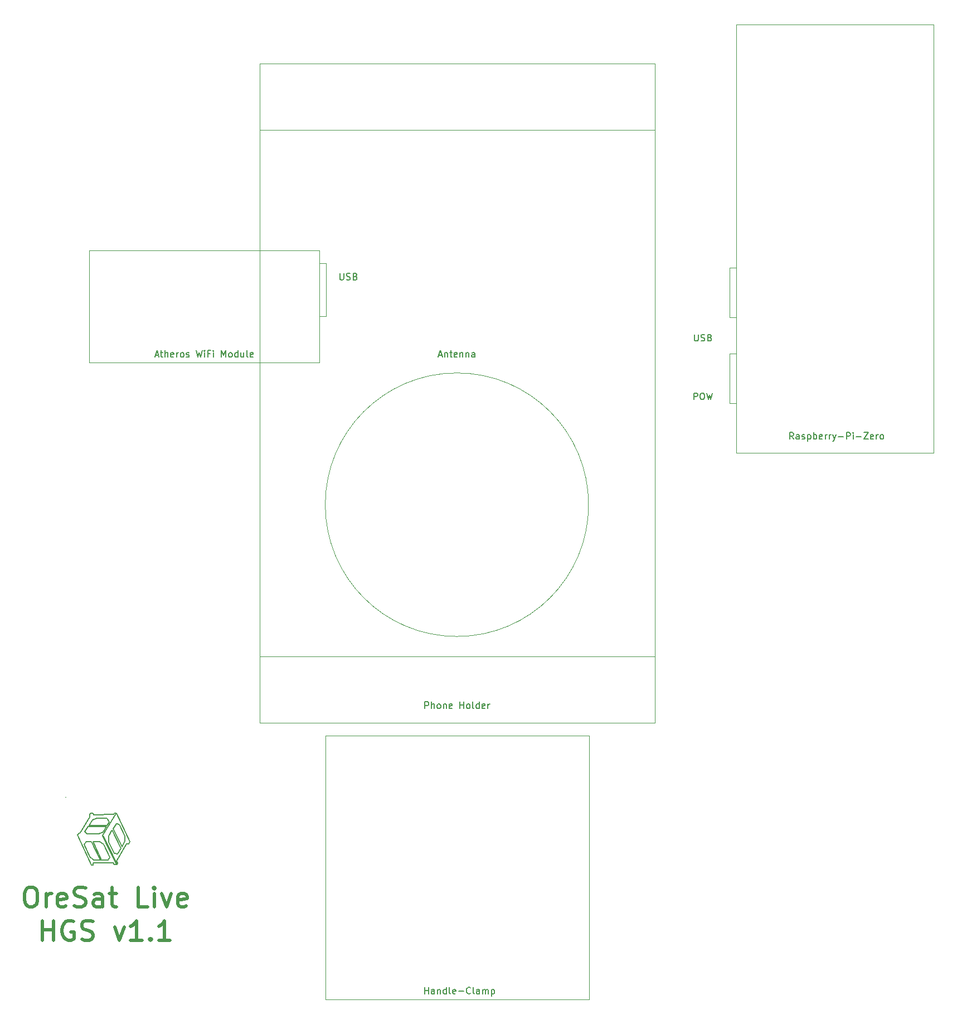
<source format=gbr>
G04 #@! TF.GenerationSoftware,KiCad,Pcbnew,(5.1.2)-1*
G04 #@! TF.CreationDate,2019-05-13T15:57:00-07:00*
G04 #@! TF.ProjectId,backplane,6261636b-706c-4616-9e65-2e6b69636164,v1.1*
G04 #@! TF.SameCoordinates,Original*
G04 #@! TF.FileFunction,Legend,Bot*
G04 #@! TF.FilePolarity,Positive*
%FSLAX46Y46*%
G04 Gerber Fmt 4.6, Leading zero omitted, Abs format (unit mm)*
G04 Created by KiCad (PCBNEW (5.1.2)-1) date 2019-05-13 15:57:00*
%MOMM*%
%LPD*%
G04 APERTURE LIST*
%ADD10C,0.120000*%
%ADD11C,0.200000*%
%ADD12C,0.150000*%
%ADD13C,0.500000*%
G04 APERTURE END LIST*
D10*
X77860000Y-140480000D02*
X77860000Y-180480000D01*
X77860000Y-180480000D02*
X117860000Y-180480000D01*
X117860000Y-180480000D02*
X117860000Y-140480000D01*
X117860000Y-140480000D02*
X77860000Y-140480000D01*
X67860000Y-48480000D02*
X127860000Y-48480000D01*
X67860000Y-128480000D02*
X127860000Y-128480000D01*
X67860000Y-38480000D02*
X67860000Y-138480000D01*
X127860000Y-38480000D02*
X67860000Y-38480000D01*
X127860000Y-138480000D02*
X127860000Y-38480000D01*
X67860000Y-138480000D02*
X127860000Y-138480000D01*
X77910000Y-76790000D02*
X76910000Y-76790000D01*
X77910000Y-76790000D02*
X77910000Y-68790000D01*
X76910000Y-68790000D02*
X77910000Y-68790000D01*
X41910000Y-66820000D02*
X41910000Y-83820000D01*
X76910000Y-66820000D02*
X41910000Y-66820000D01*
X76910000Y-83820000D02*
X76910000Y-66820000D01*
X41910000Y-83820000D02*
X76910000Y-83820000D01*
X139208000Y-76996000D02*
X139208000Y-69446000D01*
X139208000Y-69446000D02*
X140208000Y-69446000D01*
X140208000Y-76996000D02*
X139208000Y-76996000D01*
X140208000Y-97536000D02*
X170208000Y-97536000D01*
X170208000Y-97536000D02*
X170208000Y-32536000D01*
X170208000Y-32536000D02*
X140208000Y-32536000D01*
X140208000Y-32536000D02*
X140208000Y-97536000D01*
X140208000Y-89996000D02*
X139208000Y-89996000D01*
X139208000Y-89996000D02*
X139208000Y-82446000D01*
X139208000Y-82446000D02*
X140208000Y-82446000D01*
D11*
X45720000Y-160020000D02*
X45604403Y-159804427D01*
X45604403Y-159804427D02*
X42527018Y-159777871D01*
X42480154Y-160091857D02*
X42247398Y-160099668D01*
X42527018Y-159777871D02*
X42561384Y-159876284D01*
X40474387Y-155185225D02*
X40571238Y-155197721D01*
X47608608Y-156878568D02*
X46113655Y-159492001D01*
X41974026Y-152812358D02*
X41988086Y-152520240D01*
X42561384Y-159876284D02*
X42480154Y-160091857D01*
X42247398Y-160099668D02*
X40180707Y-155582005D01*
X46247998Y-159787243D02*
X46140211Y-160001254D01*
X40571238Y-155197721D02*
X41974026Y-152812358D01*
X41988086Y-152520240D02*
X42114617Y-152260930D01*
X46113655Y-159492001D02*
X46247998Y-159787243D01*
X46004307Y-152343719D02*
X43981356Y-155597625D01*
X43981356Y-155683542D02*
X45980875Y-159834106D01*
X46140211Y-160001254D02*
X45720000Y-160020000D01*
X40180707Y-155582005D02*
X40474387Y-155185225D01*
X47975707Y-156861386D02*
X47608608Y-156878568D01*
X46058981Y-159796615D02*
X44045402Y-155622619D01*
X46027738Y-152326537D02*
X46027738Y-152326539D01*
X44667128Y-153016995D02*
X43080010Y-153004498D01*
X46041797Y-153827740D02*
X45562225Y-154585371D01*
X41897482Y-154091739D02*
X44637448Y-154096423D01*
X45562225Y-154585371D02*
X46890031Y-157305030D01*
X44968618Y-153585608D02*
X44667128Y-153016995D01*
X46890031Y-157305030D02*
X47349295Y-156503659D01*
X46526057Y-153969894D02*
X46041797Y-153827740D01*
X41282005Y-155044635D02*
X41586619Y-155392989D01*
X41586619Y-155392989D02*
X43348695Y-155396114D01*
X43348695Y-155396114D02*
X44061024Y-155091499D01*
X44637448Y-154096423D02*
X44968618Y-153585608D01*
X43080010Y-153004498D02*
X43080010Y-153004501D01*
X41780323Y-154266697D02*
X41282005Y-155044635D01*
X42430166Y-153245068D02*
X41897482Y-154091739D01*
X44061024Y-155091499D02*
X44521850Y-154274509D01*
X43080010Y-153004501D02*
X42430166Y-153245068D01*
X47349295Y-156503659D02*
X47339924Y-155671047D01*
X47339924Y-155671047D02*
X46526057Y-153969894D01*
X44521850Y-154274509D02*
X41780323Y-154266697D01*
X45421634Y-154800944D02*
X44893636Y-155727284D01*
X44893636Y-155727284D02*
X44896761Y-156655185D01*
X46274554Y-158409451D02*
X46755689Y-157547158D01*
X46755689Y-157547158D02*
X45421634Y-154800944D01*
X44109450Y-156995730D02*
X43518967Y-156530217D01*
X43518967Y-156530217D02*
X42508272Y-156533341D01*
X41491330Y-156533339D02*
X41147662Y-156945740D01*
X43590825Y-159321729D02*
X42302072Y-156520843D01*
X41147662Y-156945740D02*
X42006831Y-158882774D01*
X42508272Y-156533341D02*
X43789214Y-159326420D01*
X45702817Y-158337593D02*
X46274554Y-158409451D01*
X42302072Y-156520843D02*
X41491330Y-156533339D01*
X42578568Y-159312358D02*
X43590825Y-159321729D01*
X43789214Y-159326420D02*
X44776477Y-159326420D01*
X44776477Y-159326420D02*
X45031103Y-158918705D01*
X45031103Y-158918705D02*
X44109450Y-156995730D01*
X42006831Y-158882774D02*
X42578568Y-159312358D01*
X44896761Y-156655185D02*
X45702817Y-158337593D01*
X38393637Y-149778714D02*
X38393637Y-149778714D01*
X42114617Y-152260930D02*
X42544201Y-152260930D01*
X42544201Y-152260930D02*
X42570757Y-152467130D01*
X42570757Y-152467130D02*
X45630959Y-152431201D01*
X45630959Y-152431201D02*
X45710627Y-152260930D01*
X45710627Y-152260930D02*
X46077726Y-152260930D01*
X46077726Y-152260930D02*
X48110050Y-156592700D01*
X48110050Y-156592700D02*
X47975707Y-156861386D01*
D10*
X117790000Y-105410000D02*
G75*
G03X117790000Y-105410000I-20000000J0D01*
G01*
D12*
X92894285Y-179662380D02*
X92894285Y-178662380D01*
X92894285Y-179138571D02*
X93465714Y-179138571D01*
X93465714Y-179662380D02*
X93465714Y-178662380D01*
X94370476Y-179662380D02*
X94370476Y-179138571D01*
X94322857Y-179043333D01*
X94227619Y-178995714D01*
X94037142Y-178995714D01*
X93941904Y-179043333D01*
X94370476Y-179614761D02*
X94275238Y-179662380D01*
X94037142Y-179662380D01*
X93941904Y-179614761D01*
X93894285Y-179519523D01*
X93894285Y-179424285D01*
X93941904Y-179329047D01*
X94037142Y-179281428D01*
X94275238Y-179281428D01*
X94370476Y-179233809D01*
X94846666Y-178995714D02*
X94846666Y-179662380D01*
X94846666Y-179090952D02*
X94894285Y-179043333D01*
X94989523Y-178995714D01*
X95132380Y-178995714D01*
X95227619Y-179043333D01*
X95275238Y-179138571D01*
X95275238Y-179662380D01*
X96180000Y-179662380D02*
X96180000Y-178662380D01*
X96180000Y-179614761D02*
X96084761Y-179662380D01*
X95894285Y-179662380D01*
X95799047Y-179614761D01*
X95751428Y-179567142D01*
X95703809Y-179471904D01*
X95703809Y-179186190D01*
X95751428Y-179090952D01*
X95799047Y-179043333D01*
X95894285Y-178995714D01*
X96084761Y-178995714D01*
X96180000Y-179043333D01*
X96799047Y-179662380D02*
X96703809Y-179614761D01*
X96656190Y-179519523D01*
X96656190Y-178662380D01*
X97560952Y-179614761D02*
X97465714Y-179662380D01*
X97275238Y-179662380D01*
X97180000Y-179614761D01*
X97132380Y-179519523D01*
X97132380Y-179138571D01*
X97180000Y-179043333D01*
X97275238Y-178995714D01*
X97465714Y-178995714D01*
X97560952Y-179043333D01*
X97608571Y-179138571D01*
X97608571Y-179233809D01*
X97132380Y-179329047D01*
X98037142Y-179281428D02*
X98799047Y-179281428D01*
X99846666Y-179567142D02*
X99799047Y-179614761D01*
X99656190Y-179662380D01*
X99560952Y-179662380D01*
X99418095Y-179614761D01*
X99322857Y-179519523D01*
X99275238Y-179424285D01*
X99227619Y-179233809D01*
X99227619Y-179090952D01*
X99275238Y-178900476D01*
X99322857Y-178805238D01*
X99418095Y-178710000D01*
X99560952Y-178662380D01*
X99656190Y-178662380D01*
X99799047Y-178710000D01*
X99846666Y-178757619D01*
X100418095Y-179662380D02*
X100322857Y-179614761D01*
X100275238Y-179519523D01*
X100275238Y-178662380D01*
X101227619Y-179662380D02*
X101227619Y-179138571D01*
X101180000Y-179043333D01*
X101084761Y-178995714D01*
X100894285Y-178995714D01*
X100799047Y-179043333D01*
X101227619Y-179614761D02*
X101132380Y-179662380D01*
X100894285Y-179662380D01*
X100799047Y-179614761D01*
X100751428Y-179519523D01*
X100751428Y-179424285D01*
X100799047Y-179329047D01*
X100894285Y-179281428D01*
X101132380Y-179281428D01*
X101227619Y-179233809D01*
X101703809Y-179662380D02*
X101703809Y-178995714D01*
X101703809Y-179090952D02*
X101751428Y-179043333D01*
X101846666Y-178995714D01*
X101989523Y-178995714D01*
X102084761Y-179043333D01*
X102132380Y-179138571D01*
X102132380Y-179662380D01*
X102132380Y-179138571D02*
X102180000Y-179043333D01*
X102275238Y-178995714D01*
X102418095Y-178995714D01*
X102513333Y-179043333D01*
X102560952Y-179138571D01*
X102560952Y-179662380D01*
X103037142Y-178995714D02*
X103037142Y-179995714D01*
X103037142Y-179043333D02*
X103132380Y-178995714D01*
X103322857Y-178995714D01*
X103418095Y-179043333D01*
X103465714Y-179090952D01*
X103513333Y-179186190D01*
X103513333Y-179471904D01*
X103465714Y-179567142D01*
X103418095Y-179614761D01*
X103322857Y-179662380D01*
X103132380Y-179662380D01*
X103037142Y-179614761D01*
X92932857Y-136342380D02*
X92932857Y-135342380D01*
X93313809Y-135342380D01*
X93409047Y-135390000D01*
X93456666Y-135437619D01*
X93504285Y-135532857D01*
X93504285Y-135675714D01*
X93456666Y-135770952D01*
X93409047Y-135818571D01*
X93313809Y-135866190D01*
X92932857Y-135866190D01*
X93932857Y-136342380D02*
X93932857Y-135342380D01*
X94361428Y-136342380D02*
X94361428Y-135818571D01*
X94313809Y-135723333D01*
X94218571Y-135675714D01*
X94075714Y-135675714D01*
X93980476Y-135723333D01*
X93932857Y-135770952D01*
X94980476Y-136342380D02*
X94885238Y-136294761D01*
X94837619Y-136247142D01*
X94790000Y-136151904D01*
X94790000Y-135866190D01*
X94837619Y-135770952D01*
X94885238Y-135723333D01*
X94980476Y-135675714D01*
X95123333Y-135675714D01*
X95218571Y-135723333D01*
X95266190Y-135770952D01*
X95313809Y-135866190D01*
X95313809Y-136151904D01*
X95266190Y-136247142D01*
X95218571Y-136294761D01*
X95123333Y-136342380D01*
X94980476Y-136342380D01*
X95742380Y-135675714D02*
X95742380Y-136342380D01*
X95742380Y-135770952D02*
X95790000Y-135723333D01*
X95885238Y-135675714D01*
X96028095Y-135675714D01*
X96123333Y-135723333D01*
X96170952Y-135818571D01*
X96170952Y-136342380D01*
X97028095Y-136294761D02*
X96932857Y-136342380D01*
X96742380Y-136342380D01*
X96647142Y-136294761D01*
X96599523Y-136199523D01*
X96599523Y-135818571D01*
X96647142Y-135723333D01*
X96742380Y-135675714D01*
X96932857Y-135675714D01*
X97028095Y-135723333D01*
X97075714Y-135818571D01*
X97075714Y-135913809D01*
X96599523Y-136009047D01*
X98266190Y-136342380D02*
X98266190Y-135342380D01*
X98266190Y-135818571D02*
X98837619Y-135818571D01*
X98837619Y-136342380D02*
X98837619Y-135342380D01*
X99456666Y-136342380D02*
X99361428Y-136294761D01*
X99313809Y-136247142D01*
X99266190Y-136151904D01*
X99266190Y-135866190D01*
X99313809Y-135770952D01*
X99361428Y-135723333D01*
X99456666Y-135675714D01*
X99599523Y-135675714D01*
X99694761Y-135723333D01*
X99742380Y-135770952D01*
X99790000Y-135866190D01*
X99790000Y-136151904D01*
X99742380Y-136247142D01*
X99694761Y-136294761D01*
X99599523Y-136342380D01*
X99456666Y-136342380D01*
X100361428Y-136342380D02*
X100266190Y-136294761D01*
X100218571Y-136199523D01*
X100218571Y-135342380D01*
X101170952Y-136342380D02*
X101170952Y-135342380D01*
X101170952Y-136294761D02*
X101075714Y-136342380D01*
X100885238Y-136342380D01*
X100790000Y-136294761D01*
X100742380Y-136247142D01*
X100694761Y-136151904D01*
X100694761Y-135866190D01*
X100742380Y-135770952D01*
X100790000Y-135723333D01*
X100885238Y-135675714D01*
X101075714Y-135675714D01*
X101170952Y-135723333D01*
X102028095Y-136294761D02*
X101932857Y-136342380D01*
X101742380Y-136342380D01*
X101647142Y-136294761D01*
X101599523Y-136199523D01*
X101599523Y-135818571D01*
X101647142Y-135723333D01*
X101742380Y-135675714D01*
X101932857Y-135675714D01*
X102028095Y-135723333D01*
X102075714Y-135818571D01*
X102075714Y-135913809D01*
X101599523Y-136009047D01*
X102504285Y-136342380D02*
X102504285Y-135675714D01*
X102504285Y-135866190D02*
X102551904Y-135770952D01*
X102599523Y-135723333D01*
X102694761Y-135675714D01*
X102790000Y-135675714D01*
X51981428Y-82716666D02*
X52457619Y-82716666D01*
X51886190Y-83002380D02*
X52219523Y-82002380D01*
X52552857Y-83002380D01*
X52743333Y-82335714D02*
X53124285Y-82335714D01*
X52886190Y-82002380D02*
X52886190Y-82859523D01*
X52933809Y-82954761D01*
X53029047Y-83002380D01*
X53124285Y-83002380D01*
X53457619Y-83002380D02*
X53457619Y-82002380D01*
X53886190Y-83002380D02*
X53886190Y-82478571D01*
X53838571Y-82383333D01*
X53743333Y-82335714D01*
X53600476Y-82335714D01*
X53505238Y-82383333D01*
X53457619Y-82430952D01*
X54743333Y-82954761D02*
X54648095Y-83002380D01*
X54457619Y-83002380D01*
X54362380Y-82954761D01*
X54314761Y-82859523D01*
X54314761Y-82478571D01*
X54362380Y-82383333D01*
X54457619Y-82335714D01*
X54648095Y-82335714D01*
X54743333Y-82383333D01*
X54790952Y-82478571D01*
X54790952Y-82573809D01*
X54314761Y-82669047D01*
X55219523Y-83002380D02*
X55219523Y-82335714D01*
X55219523Y-82526190D02*
X55267142Y-82430952D01*
X55314761Y-82383333D01*
X55410000Y-82335714D01*
X55505238Y-82335714D01*
X55981428Y-83002380D02*
X55886190Y-82954761D01*
X55838571Y-82907142D01*
X55790952Y-82811904D01*
X55790952Y-82526190D01*
X55838571Y-82430952D01*
X55886190Y-82383333D01*
X55981428Y-82335714D01*
X56124285Y-82335714D01*
X56219523Y-82383333D01*
X56267142Y-82430952D01*
X56314761Y-82526190D01*
X56314761Y-82811904D01*
X56267142Y-82907142D01*
X56219523Y-82954761D01*
X56124285Y-83002380D01*
X55981428Y-83002380D01*
X56695714Y-82954761D02*
X56790952Y-83002380D01*
X56981428Y-83002380D01*
X57076666Y-82954761D01*
X57124285Y-82859523D01*
X57124285Y-82811904D01*
X57076666Y-82716666D01*
X56981428Y-82669047D01*
X56838571Y-82669047D01*
X56743333Y-82621428D01*
X56695714Y-82526190D01*
X56695714Y-82478571D01*
X56743333Y-82383333D01*
X56838571Y-82335714D01*
X56981428Y-82335714D01*
X57076666Y-82383333D01*
X58219523Y-82002380D02*
X58457619Y-83002380D01*
X58648095Y-82288095D01*
X58838571Y-83002380D01*
X59076666Y-82002380D01*
X59457619Y-83002380D02*
X59457619Y-82335714D01*
X59457619Y-82002380D02*
X59410000Y-82050000D01*
X59457619Y-82097619D01*
X59505238Y-82050000D01*
X59457619Y-82002380D01*
X59457619Y-82097619D01*
X60267142Y-82478571D02*
X59933809Y-82478571D01*
X59933809Y-83002380D02*
X59933809Y-82002380D01*
X60410000Y-82002380D01*
X60790952Y-83002380D02*
X60790952Y-82335714D01*
X60790952Y-82002380D02*
X60743333Y-82050000D01*
X60790952Y-82097619D01*
X60838571Y-82050000D01*
X60790952Y-82002380D01*
X60790952Y-82097619D01*
X62029047Y-83002380D02*
X62029047Y-82002380D01*
X62362380Y-82716666D01*
X62695714Y-82002380D01*
X62695714Y-83002380D01*
X63314761Y-83002380D02*
X63219523Y-82954761D01*
X63171904Y-82907142D01*
X63124285Y-82811904D01*
X63124285Y-82526190D01*
X63171904Y-82430952D01*
X63219523Y-82383333D01*
X63314761Y-82335714D01*
X63457619Y-82335714D01*
X63552857Y-82383333D01*
X63600476Y-82430952D01*
X63648095Y-82526190D01*
X63648095Y-82811904D01*
X63600476Y-82907142D01*
X63552857Y-82954761D01*
X63457619Y-83002380D01*
X63314761Y-83002380D01*
X64505238Y-83002380D02*
X64505238Y-82002380D01*
X64505238Y-82954761D02*
X64410000Y-83002380D01*
X64219523Y-83002380D01*
X64124285Y-82954761D01*
X64076666Y-82907142D01*
X64029047Y-82811904D01*
X64029047Y-82526190D01*
X64076666Y-82430952D01*
X64124285Y-82383333D01*
X64219523Y-82335714D01*
X64410000Y-82335714D01*
X64505238Y-82383333D01*
X65410000Y-82335714D02*
X65410000Y-83002380D01*
X64981428Y-82335714D02*
X64981428Y-82859523D01*
X65029047Y-82954761D01*
X65124285Y-83002380D01*
X65267142Y-83002380D01*
X65362380Y-82954761D01*
X65410000Y-82907142D01*
X66029047Y-83002380D02*
X65933809Y-82954761D01*
X65886190Y-82859523D01*
X65886190Y-82002380D01*
X66790952Y-82954761D02*
X66695714Y-83002380D01*
X66505238Y-83002380D01*
X66410000Y-82954761D01*
X66362380Y-82859523D01*
X66362380Y-82478571D01*
X66410000Y-82383333D01*
X66505238Y-82335714D01*
X66695714Y-82335714D01*
X66790952Y-82383333D01*
X66838571Y-82478571D01*
X66838571Y-82573809D01*
X66362380Y-82669047D01*
X80018095Y-70272380D02*
X80018095Y-71081904D01*
X80065714Y-71177142D01*
X80113333Y-71224761D01*
X80208571Y-71272380D01*
X80399047Y-71272380D01*
X80494285Y-71224761D01*
X80541904Y-71177142D01*
X80589523Y-71081904D01*
X80589523Y-70272380D01*
X81018095Y-71224761D02*
X81160952Y-71272380D01*
X81399047Y-71272380D01*
X81494285Y-71224761D01*
X81541904Y-71177142D01*
X81589523Y-71081904D01*
X81589523Y-70986666D01*
X81541904Y-70891428D01*
X81494285Y-70843809D01*
X81399047Y-70796190D01*
X81208571Y-70748571D01*
X81113333Y-70700952D01*
X81065714Y-70653333D01*
X81018095Y-70558095D01*
X81018095Y-70462857D01*
X81065714Y-70367619D01*
X81113333Y-70320000D01*
X81208571Y-70272380D01*
X81446666Y-70272380D01*
X81589523Y-70320000D01*
X82351428Y-70748571D02*
X82494285Y-70796190D01*
X82541904Y-70843809D01*
X82589523Y-70939047D01*
X82589523Y-71081904D01*
X82541904Y-71177142D01*
X82494285Y-71224761D01*
X82399047Y-71272380D01*
X82018095Y-71272380D01*
X82018095Y-70272380D01*
X82351428Y-70272380D01*
X82446666Y-70320000D01*
X82494285Y-70367619D01*
X82541904Y-70462857D01*
X82541904Y-70558095D01*
X82494285Y-70653333D01*
X82446666Y-70700952D01*
X82351428Y-70748571D01*
X82018095Y-70748571D01*
X148924190Y-95448380D02*
X148590857Y-94972190D01*
X148352761Y-95448380D02*
X148352761Y-94448380D01*
X148733714Y-94448380D01*
X148828952Y-94496000D01*
X148876571Y-94543619D01*
X148924190Y-94638857D01*
X148924190Y-94781714D01*
X148876571Y-94876952D01*
X148828952Y-94924571D01*
X148733714Y-94972190D01*
X148352761Y-94972190D01*
X149781333Y-95448380D02*
X149781333Y-94924571D01*
X149733714Y-94829333D01*
X149638476Y-94781714D01*
X149448000Y-94781714D01*
X149352761Y-94829333D01*
X149781333Y-95400761D02*
X149686095Y-95448380D01*
X149448000Y-95448380D01*
X149352761Y-95400761D01*
X149305142Y-95305523D01*
X149305142Y-95210285D01*
X149352761Y-95115047D01*
X149448000Y-95067428D01*
X149686095Y-95067428D01*
X149781333Y-95019809D01*
X150209904Y-95400761D02*
X150305142Y-95448380D01*
X150495619Y-95448380D01*
X150590857Y-95400761D01*
X150638476Y-95305523D01*
X150638476Y-95257904D01*
X150590857Y-95162666D01*
X150495619Y-95115047D01*
X150352761Y-95115047D01*
X150257523Y-95067428D01*
X150209904Y-94972190D01*
X150209904Y-94924571D01*
X150257523Y-94829333D01*
X150352761Y-94781714D01*
X150495619Y-94781714D01*
X150590857Y-94829333D01*
X151067047Y-94781714D02*
X151067047Y-95781714D01*
X151067047Y-94829333D02*
X151162285Y-94781714D01*
X151352761Y-94781714D01*
X151448000Y-94829333D01*
X151495619Y-94876952D01*
X151543238Y-94972190D01*
X151543238Y-95257904D01*
X151495619Y-95353142D01*
X151448000Y-95400761D01*
X151352761Y-95448380D01*
X151162285Y-95448380D01*
X151067047Y-95400761D01*
X151971809Y-95448380D02*
X151971809Y-94448380D01*
X151971809Y-94829333D02*
X152067047Y-94781714D01*
X152257523Y-94781714D01*
X152352761Y-94829333D01*
X152400380Y-94876952D01*
X152448000Y-94972190D01*
X152448000Y-95257904D01*
X152400380Y-95353142D01*
X152352761Y-95400761D01*
X152257523Y-95448380D01*
X152067047Y-95448380D01*
X151971809Y-95400761D01*
X153257523Y-95400761D02*
X153162285Y-95448380D01*
X152971809Y-95448380D01*
X152876571Y-95400761D01*
X152828952Y-95305523D01*
X152828952Y-94924571D01*
X152876571Y-94829333D01*
X152971809Y-94781714D01*
X153162285Y-94781714D01*
X153257523Y-94829333D01*
X153305142Y-94924571D01*
X153305142Y-95019809D01*
X152828952Y-95115047D01*
X153733714Y-95448380D02*
X153733714Y-94781714D01*
X153733714Y-94972190D02*
X153781333Y-94876952D01*
X153828952Y-94829333D01*
X153924190Y-94781714D01*
X154019428Y-94781714D01*
X154352761Y-95448380D02*
X154352761Y-94781714D01*
X154352761Y-94972190D02*
X154400380Y-94876952D01*
X154448000Y-94829333D01*
X154543238Y-94781714D01*
X154638476Y-94781714D01*
X154876571Y-94781714D02*
X155114666Y-95448380D01*
X155352761Y-94781714D02*
X155114666Y-95448380D01*
X155019428Y-95686476D01*
X154971809Y-95734095D01*
X154876571Y-95781714D01*
X155733714Y-95067428D02*
X156495619Y-95067428D01*
X156971809Y-95448380D02*
X156971809Y-94448380D01*
X157352761Y-94448380D01*
X157448000Y-94496000D01*
X157495619Y-94543619D01*
X157543238Y-94638857D01*
X157543238Y-94781714D01*
X157495619Y-94876952D01*
X157448000Y-94924571D01*
X157352761Y-94972190D01*
X156971809Y-94972190D01*
X157971809Y-95448380D02*
X157971809Y-94781714D01*
X157971809Y-94448380D02*
X157924190Y-94496000D01*
X157971809Y-94543619D01*
X158019428Y-94496000D01*
X157971809Y-94448380D01*
X157971809Y-94543619D01*
X158448000Y-95067428D02*
X159209904Y-95067428D01*
X159590857Y-94448380D02*
X160257523Y-94448380D01*
X159590857Y-95448380D01*
X160257523Y-95448380D01*
X161019428Y-95400761D02*
X160924190Y-95448380D01*
X160733714Y-95448380D01*
X160638476Y-95400761D01*
X160590857Y-95305523D01*
X160590857Y-94924571D01*
X160638476Y-94829333D01*
X160733714Y-94781714D01*
X160924190Y-94781714D01*
X161019428Y-94829333D01*
X161067047Y-94924571D01*
X161067047Y-95019809D01*
X160590857Y-95115047D01*
X161495619Y-95448380D02*
X161495619Y-94781714D01*
X161495619Y-94972190D02*
X161543238Y-94876952D01*
X161590857Y-94829333D01*
X161686095Y-94781714D01*
X161781333Y-94781714D01*
X162257523Y-95448380D02*
X162162285Y-95400761D01*
X162114666Y-95353142D01*
X162067047Y-95257904D01*
X162067047Y-94972190D01*
X162114666Y-94876952D01*
X162162285Y-94829333D01*
X162257523Y-94781714D01*
X162400380Y-94781714D01*
X162495619Y-94829333D01*
X162543238Y-94876952D01*
X162590857Y-94972190D01*
X162590857Y-95257904D01*
X162543238Y-95353142D01*
X162495619Y-95400761D01*
X162400380Y-95448380D01*
X162257523Y-95448380D01*
X133866095Y-79558380D02*
X133866095Y-80367904D01*
X133913714Y-80463142D01*
X133961333Y-80510761D01*
X134056571Y-80558380D01*
X134247047Y-80558380D01*
X134342285Y-80510761D01*
X134389904Y-80463142D01*
X134437523Y-80367904D01*
X134437523Y-79558380D01*
X134866095Y-80510761D02*
X135008952Y-80558380D01*
X135247047Y-80558380D01*
X135342285Y-80510761D01*
X135389904Y-80463142D01*
X135437523Y-80367904D01*
X135437523Y-80272666D01*
X135389904Y-80177428D01*
X135342285Y-80129809D01*
X135247047Y-80082190D01*
X135056571Y-80034571D01*
X134961333Y-79986952D01*
X134913714Y-79939333D01*
X134866095Y-79844095D01*
X134866095Y-79748857D01*
X134913714Y-79653619D01*
X134961333Y-79606000D01*
X135056571Y-79558380D01*
X135294666Y-79558380D01*
X135437523Y-79606000D01*
X136199428Y-80034571D02*
X136342285Y-80082190D01*
X136389904Y-80129809D01*
X136437523Y-80225047D01*
X136437523Y-80367904D01*
X136389904Y-80463142D01*
X136342285Y-80510761D01*
X136247047Y-80558380D01*
X135866095Y-80558380D01*
X135866095Y-79558380D01*
X136199428Y-79558380D01*
X136294666Y-79606000D01*
X136342285Y-79653619D01*
X136389904Y-79748857D01*
X136389904Y-79844095D01*
X136342285Y-79939333D01*
X136294666Y-79986952D01*
X136199428Y-80034571D01*
X135866095Y-80034571D01*
X133770857Y-89448380D02*
X133770857Y-88448380D01*
X134151809Y-88448380D01*
X134247047Y-88496000D01*
X134294666Y-88543619D01*
X134342285Y-88638857D01*
X134342285Y-88781714D01*
X134294666Y-88876952D01*
X134247047Y-88924571D01*
X134151809Y-88972190D01*
X133770857Y-88972190D01*
X134961333Y-88448380D02*
X135151809Y-88448380D01*
X135247047Y-88496000D01*
X135342285Y-88591238D01*
X135389904Y-88781714D01*
X135389904Y-89115047D01*
X135342285Y-89305523D01*
X135247047Y-89400761D01*
X135151809Y-89448380D01*
X134961333Y-89448380D01*
X134866095Y-89400761D01*
X134770857Y-89305523D01*
X134723238Y-89115047D01*
X134723238Y-88781714D01*
X134770857Y-88591238D01*
X134866095Y-88496000D01*
X134961333Y-88448380D01*
X135723238Y-88448380D02*
X135961333Y-89448380D01*
X136151809Y-88734095D01*
X136342285Y-89448380D01*
X136580380Y-88448380D01*
D13*
X34807142Y-171537142D02*
X34807142Y-168537142D01*
X34807142Y-169965714D02*
X36521428Y-169965714D01*
X36521428Y-171537142D02*
X36521428Y-168537142D01*
X39521428Y-168680000D02*
X39235714Y-168537142D01*
X38807142Y-168537142D01*
X38378571Y-168680000D01*
X38092857Y-168965714D01*
X37950000Y-169251428D01*
X37807142Y-169822857D01*
X37807142Y-170251428D01*
X37950000Y-170822857D01*
X38092857Y-171108571D01*
X38378571Y-171394285D01*
X38807142Y-171537142D01*
X39092857Y-171537142D01*
X39521428Y-171394285D01*
X39664285Y-171251428D01*
X39664285Y-170251428D01*
X39092857Y-170251428D01*
X40807142Y-171394285D02*
X41235714Y-171537142D01*
X41950000Y-171537142D01*
X42235714Y-171394285D01*
X42378571Y-171251428D01*
X42521428Y-170965714D01*
X42521428Y-170680000D01*
X42378571Y-170394285D01*
X42235714Y-170251428D01*
X41950000Y-170108571D01*
X41378571Y-169965714D01*
X41092857Y-169822857D01*
X40950000Y-169680000D01*
X40807142Y-169394285D01*
X40807142Y-169108571D01*
X40950000Y-168822857D01*
X41092857Y-168680000D01*
X41378571Y-168537142D01*
X42092857Y-168537142D01*
X42521428Y-168680000D01*
X45807142Y-169537142D02*
X46521428Y-171537142D01*
X47235714Y-169537142D01*
X49950000Y-171537142D02*
X48235714Y-171537142D01*
X49092857Y-171537142D02*
X49092857Y-168537142D01*
X48807142Y-168965714D01*
X48521428Y-169251428D01*
X48235714Y-169394285D01*
X51235714Y-171251428D02*
X51378571Y-171394285D01*
X51235714Y-171537142D01*
X51092857Y-171394285D01*
X51235714Y-171251428D01*
X51235714Y-171537142D01*
X54235714Y-171537142D02*
X52521428Y-171537142D01*
X53378571Y-171537142D02*
X53378571Y-168537142D01*
X53092857Y-168965714D01*
X52807142Y-169251428D01*
X52521428Y-169394285D01*
X32807142Y-163457142D02*
X33378571Y-163457142D01*
X33664285Y-163600000D01*
X33950000Y-163885714D01*
X34092857Y-164457142D01*
X34092857Y-165457142D01*
X33950000Y-166028571D01*
X33664285Y-166314285D01*
X33378571Y-166457142D01*
X32807142Y-166457142D01*
X32521428Y-166314285D01*
X32235714Y-166028571D01*
X32092857Y-165457142D01*
X32092857Y-164457142D01*
X32235714Y-163885714D01*
X32521428Y-163600000D01*
X32807142Y-163457142D01*
X35378571Y-166457142D02*
X35378571Y-164457142D01*
X35378571Y-165028571D02*
X35521428Y-164742857D01*
X35664285Y-164600000D01*
X35950000Y-164457142D01*
X36235714Y-164457142D01*
X38378571Y-166314285D02*
X38092857Y-166457142D01*
X37521428Y-166457142D01*
X37235714Y-166314285D01*
X37092857Y-166028571D01*
X37092857Y-164885714D01*
X37235714Y-164600000D01*
X37521428Y-164457142D01*
X38092857Y-164457142D01*
X38378571Y-164600000D01*
X38521428Y-164885714D01*
X38521428Y-165171428D01*
X37092857Y-165457142D01*
X39664285Y-166314285D02*
X40092857Y-166457142D01*
X40807142Y-166457142D01*
X41092857Y-166314285D01*
X41235714Y-166171428D01*
X41378571Y-165885714D01*
X41378571Y-165600000D01*
X41235714Y-165314285D01*
X41092857Y-165171428D01*
X40807142Y-165028571D01*
X40235714Y-164885714D01*
X39950000Y-164742857D01*
X39807142Y-164600000D01*
X39664285Y-164314285D01*
X39664285Y-164028571D01*
X39807142Y-163742857D01*
X39950000Y-163600000D01*
X40235714Y-163457142D01*
X40950000Y-163457142D01*
X41378571Y-163600000D01*
X43950000Y-166457142D02*
X43950000Y-164885714D01*
X43807142Y-164600000D01*
X43521428Y-164457142D01*
X42950000Y-164457142D01*
X42664285Y-164600000D01*
X43950000Y-166314285D02*
X43664285Y-166457142D01*
X42950000Y-166457142D01*
X42664285Y-166314285D01*
X42521428Y-166028571D01*
X42521428Y-165742857D01*
X42664285Y-165457142D01*
X42950000Y-165314285D01*
X43664285Y-165314285D01*
X43950000Y-165171428D01*
X44950000Y-164457142D02*
X46092857Y-164457142D01*
X45378571Y-163457142D02*
X45378571Y-166028571D01*
X45521428Y-166314285D01*
X45807142Y-166457142D01*
X46092857Y-166457142D01*
X50807142Y-166457142D02*
X49378571Y-166457142D01*
X49378571Y-163457142D01*
X51807142Y-166457142D02*
X51807142Y-164457142D01*
X51807142Y-163457142D02*
X51664285Y-163600000D01*
X51807142Y-163742857D01*
X51950000Y-163600000D01*
X51807142Y-163457142D01*
X51807142Y-163742857D01*
X52950000Y-164457142D02*
X53664285Y-166457142D01*
X54378571Y-164457142D01*
X56664285Y-166314285D02*
X56378571Y-166457142D01*
X55807142Y-166457142D01*
X55521428Y-166314285D01*
X55378571Y-166028571D01*
X55378571Y-164885714D01*
X55521428Y-164600000D01*
X55807142Y-164457142D01*
X56378571Y-164457142D01*
X56664285Y-164600000D01*
X56807142Y-164885714D01*
X56807142Y-165171428D01*
X55378571Y-165457142D01*
D12*
X95028095Y-82716666D02*
X95504285Y-82716666D01*
X94932857Y-83002380D02*
X95266190Y-82002380D01*
X95599523Y-83002380D01*
X95932857Y-82335714D02*
X95932857Y-83002380D01*
X95932857Y-82430952D02*
X95980476Y-82383333D01*
X96075714Y-82335714D01*
X96218571Y-82335714D01*
X96313809Y-82383333D01*
X96361428Y-82478571D01*
X96361428Y-83002380D01*
X96694761Y-82335714D02*
X97075714Y-82335714D01*
X96837619Y-82002380D02*
X96837619Y-82859523D01*
X96885238Y-82954761D01*
X96980476Y-83002380D01*
X97075714Y-83002380D01*
X97790000Y-82954761D02*
X97694761Y-83002380D01*
X97504285Y-83002380D01*
X97409047Y-82954761D01*
X97361428Y-82859523D01*
X97361428Y-82478571D01*
X97409047Y-82383333D01*
X97504285Y-82335714D01*
X97694761Y-82335714D01*
X97790000Y-82383333D01*
X97837619Y-82478571D01*
X97837619Y-82573809D01*
X97361428Y-82669047D01*
X98266190Y-82335714D02*
X98266190Y-83002380D01*
X98266190Y-82430952D02*
X98313809Y-82383333D01*
X98409047Y-82335714D01*
X98551904Y-82335714D01*
X98647142Y-82383333D01*
X98694761Y-82478571D01*
X98694761Y-83002380D01*
X99170952Y-82335714D02*
X99170952Y-83002380D01*
X99170952Y-82430952D02*
X99218571Y-82383333D01*
X99313809Y-82335714D01*
X99456666Y-82335714D01*
X99551904Y-82383333D01*
X99599523Y-82478571D01*
X99599523Y-83002380D01*
X100504285Y-83002380D02*
X100504285Y-82478571D01*
X100456666Y-82383333D01*
X100361428Y-82335714D01*
X100170952Y-82335714D01*
X100075714Y-82383333D01*
X100504285Y-82954761D02*
X100409047Y-83002380D01*
X100170952Y-83002380D01*
X100075714Y-82954761D01*
X100028095Y-82859523D01*
X100028095Y-82764285D01*
X100075714Y-82669047D01*
X100170952Y-82621428D01*
X100409047Y-82621428D01*
X100504285Y-82573809D01*
M02*

</source>
